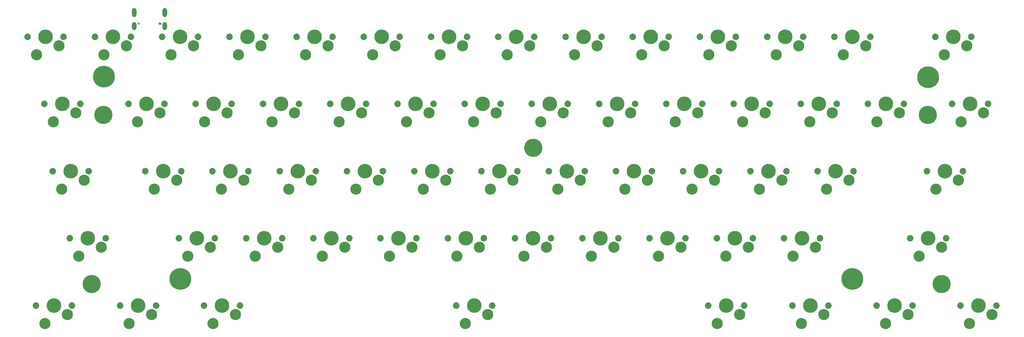
<source format=gts>
G04*
G04 #@! TF.GenerationSoftware,Altium Limited,Altium Designer,23.0.1 (38)*
G04*
G04 Layer_Color=8388736*
%FSLAX25Y25*%
%MOIN*%
G70*
G04*
G04 #@! TF.SameCoordinates,EB104D2B-E379-4E04-930F-2E15411DD845*
G04*
G04*
G04 #@! TF.FilePolarity,Negative*
G04*
G01*
G75*
G04:AMPARAMS|DCode=12|XSize=51.18mil|YSize=90.55mil|CornerRadius=25.59mil|HoleSize=0mil|Usage=FLASHONLY|Rotation=0.000|XOffset=0mil|YOffset=0mil|HoleType=Round|Shape=RoundedRectangle|*
%AMROUNDEDRECTD12*
21,1,0.05118,0.03937,0,0,0.0*
21,1,0.00000,0.09055,0,0,0.0*
1,1,0.05118,0.00000,-0.01968*
1,1,0.05118,0.00000,-0.01968*
1,1,0.05118,0.00000,0.01968*
1,1,0.05118,0.00000,0.01968*
%
%ADD12ROUNDEDRECTD12*%
G04:AMPARAMS|DCode=13|XSize=51.18mil|YSize=102.36mil|CornerRadius=25.59mil|HoleSize=0mil|Usage=FLASHONLY|Rotation=0.000|XOffset=0mil|YOffset=0mil|HoleType=Round|Shape=RoundedRectangle|*
%AMROUNDEDRECTD13*
21,1,0.05118,0.05118,0,0,0.0*
21,1,0.00000,0.10236,0,0,0.0*
1,1,0.05118,0.00000,-0.02559*
1,1,0.05118,0.00000,-0.02559*
1,1,0.05118,0.00000,0.02559*
1,1,0.05118,0.00000,0.02559*
%
%ADD13ROUNDEDRECTD13*%
%ADD14C,0.02362*%
G04:AMPARAMS|DCode=15|XSize=33.47mil|YSize=23.62mil|CornerRadius=11.81mil|HoleSize=0mil|Usage=FLASHONLY|Rotation=0.000|XOffset=0mil|YOffset=0mil|HoleType=Round|Shape=RoundedRectangle|*
%AMROUNDEDRECTD15*
21,1,0.03347,0.00000,0,0,0.0*
21,1,0.00984,0.02362,0,0,0.0*
1,1,0.02362,0.00492,0.00000*
1,1,0.02362,-0.00492,0.00000*
1,1,0.02362,-0.00492,0.00000*
1,1,0.02362,0.00492,0.00000*
%
%ADD15ROUNDEDRECTD15*%
%ADD16C,0.16291*%
%ADD17C,0.12402*%
%ADD18C,0.07291*%
%ADD19C,0.24213*%
%ADD20C,0.20276*%
D12*
X129012Y341634D02*
D03*
X163028D02*
D03*
D13*
X129012Y356693D02*
D03*
X163028D02*
D03*
D14*
X134209Y344488D02*
D03*
D15*
X157831D02*
D03*
D16*
X759842Y180118D02*
D03*
X133366Y30512D02*
D03*
X853347Y329724D02*
D03*
X58563Y180118D02*
D03*
X423228Y105315D02*
D03*
X507382Y30512D02*
D03*
X1068406D02*
D03*
X974902D02*
D03*
X881398D02*
D03*
X787894D02*
D03*
X226870D02*
D03*
X39862D02*
D03*
X498032Y105315D02*
D03*
X348425D02*
D03*
X273622D02*
D03*
X198819D02*
D03*
X77264D02*
D03*
X797244D02*
D03*
X722441D02*
D03*
X1012303D02*
D03*
X872047D02*
D03*
X647638D02*
D03*
X572835D02*
D03*
X685039Y180118D02*
D03*
X1031004D02*
D03*
X909449D02*
D03*
X834646D02*
D03*
X460630D02*
D03*
X385827D02*
D03*
X311024D02*
D03*
X236221D02*
D03*
X161417D02*
D03*
X535433D02*
D03*
X610236D02*
D03*
X666339Y254921D02*
D03*
X591535D02*
D03*
X516732D02*
D03*
X441929D02*
D03*
X367126D02*
D03*
X142717D02*
D03*
X292323D02*
D03*
X49213D02*
D03*
X217520D02*
D03*
X890748D02*
D03*
X815945D02*
D03*
X741142D02*
D03*
X1059055D02*
D03*
X965551D02*
D03*
X928150Y329724D02*
D03*
X1040354D02*
D03*
X628937D02*
D03*
X554134D02*
D03*
X479331D02*
D03*
X404528D02*
D03*
X329724D02*
D03*
X703740D02*
D03*
X778543D02*
D03*
X254921D02*
D03*
X180118D02*
D03*
X105315D02*
D03*
X30512D02*
D03*
D17*
X749843Y160118D02*
D03*
X774843Y170118D02*
D03*
X123366Y10512D02*
D03*
X148366Y20512D02*
D03*
X843347Y309724D02*
D03*
X868347Y319724D02*
D03*
X73563Y170118D02*
D03*
X48563Y160118D02*
D03*
X438228Y95315D02*
D03*
X413228Y85315D02*
D03*
X522382Y20512D02*
D03*
X497382Y10512D02*
D03*
X1083405Y20512D02*
D03*
X1058405Y10512D02*
D03*
X989902Y20512D02*
D03*
X964902Y10512D02*
D03*
X896398Y20512D02*
D03*
X871398Y10512D02*
D03*
X802894Y20512D02*
D03*
X777894Y10512D02*
D03*
X241870Y20512D02*
D03*
X216870Y10512D02*
D03*
X54862Y20512D02*
D03*
X29862Y10512D02*
D03*
X513031Y95315D02*
D03*
X488031Y85315D02*
D03*
X363425Y95315D02*
D03*
X338425Y85315D02*
D03*
X288622Y95315D02*
D03*
X263622Y85315D02*
D03*
X213819Y95315D02*
D03*
X188819Y85315D02*
D03*
X92264Y95315D02*
D03*
X67264Y85315D02*
D03*
X812244Y95315D02*
D03*
X787244Y85315D02*
D03*
X737441Y95315D02*
D03*
X712441Y85315D02*
D03*
X1027303Y95315D02*
D03*
X1002303Y85315D02*
D03*
X887047Y95315D02*
D03*
X862047Y85315D02*
D03*
X662638Y95315D02*
D03*
X637638Y85315D02*
D03*
X587835Y95315D02*
D03*
X562835Y85315D02*
D03*
X700039Y170118D02*
D03*
X675039Y160118D02*
D03*
X1046004Y170118D02*
D03*
X1021004Y160118D02*
D03*
X924449Y170118D02*
D03*
X899449Y160118D02*
D03*
X849646Y170118D02*
D03*
X824646Y160118D02*
D03*
X475630Y170118D02*
D03*
X450630Y160118D02*
D03*
X400827Y170118D02*
D03*
X375827Y160118D02*
D03*
X326024Y170118D02*
D03*
X301024Y160118D02*
D03*
X251220Y170118D02*
D03*
X226220Y160118D02*
D03*
X176417Y170118D02*
D03*
X151417Y160118D02*
D03*
X550433Y170118D02*
D03*
X525433Y160118D02*
D03*
X625236Y170118D02*
D03*
X600236Y160118D02*
D03*
X681339Y244921D02*
D03*
X656339Y234921D02*
D03*
X606535Y244921D02*
D03*
X581535Y234921D02*
D03*
X531732Y244921D02*
D03*
X506732Y234921D02*
D03*
X456929Y244921D02*
D03*
X431929Y234921D02*
D03*
X382126Y244921D02*
D03*
X357126Y234921D02*
D03*
X157717Y244921D02*
D03*
X132717Y234921D02*
D03*
X307323Y244921D02*
D03*
X282323Y234921D02*
D03*
X64213Y244921D02*
D03*
X39213Y234921D02*
D03*
X232520Y244921D02*
D03*
X207520Y234921D02*
D03*
X905748Y244921D02*
D03*
X880748Y234921D02*
D03*
X830945Y244921D02*
D03*
X805945Y234921D02*
D03*
X756142Y244921D02*
D03*
X731142Y234921D02*
D03*
X1074055Y244921D02*
D03*
X1049055Y234921D02*
D03*
X980551Y244921D02*
D03*
X955551Y234921D02*
D03*
X943150Y319724D02*
D03*
X918150Y309724D02*
D03*
X1055354Y319724D02*
D03*
X1030354Y309724D02*
D03*
X643937Y319724D02*
D03*
X618937Y309724D02*
D03*
X569134Y319724D02*
D03*
X544134Y309724D02*
D03*
X494331Y319724D02*
D03*
X469331Y309724D02*
D03*
X419528Y319724D02*
D03*
X394528Y309724D02*
D03*
X344724Y319724D02*
D03*
X319724Y309724D02*
D03*
X718740Y319724D02*
D03*
X693740Y309724D02*
D03*
X793543Y319724D02*
D03*
X768543Y309724D02*
D03*
X269921Y319724D02*
D03*
X244921Y309724D02*
D03*
X195118Y319724D02*
D03*
X170118Y309724D02*
D03*
X120315Y319724D02*
D03*
X95315Y309724D02*
D03*
X45512Y319724D02*
D03*
X20512Y309724D02*
D03*
D18*
X779843Y180118D02*
D03*
X739843D02*
D03*
X153366Y30512D02*
D03*
X113366D02*
D03*
X873347Y329724D02*
D03*
X833346D02*
D03*
X38563Y180118D02*
D03*
X78563D02*
D03*
X403228Y105315D02*
D03*
X443228D02*
D03*
X487382Y30512D02*
D03*
X527382D02*
D03*
X1048405D02*
D03*
X1088406D02*
D03*
X954902D02*
D03*
X994902D02*
D03*
X861398D02*
D03*
X901398D02*
D03*
X767894D02*
D03*
X807894D02*
D03*
X206870D02*
D03*
X246870D02*
D03*
X19862D02*
D03*
X59862D02*
D03*
X478031Y105315D02*
D03*
X518032D02*
D03*
X328425D02*
D03*
X368425D02*
D03*
X253622D02*
D03*
X293622D02*
D03*
X178819D02*
D03*
X218819D02*
D03*
X57264D02*
D03*
X97264D02*
D03*
X777244D02*
D03*
X817244D02*
D03*
X702441D02*
D03*
X742441D02*
D03*
X992303D02*
D03*
X1032303D02*
D03*
X852047D02*
D03*
X892047D02*
D03*
X627638D02*
D03*
X667638D02*
D03*
X552835D02*
D03*
X592835D02*
D03*
X665039Y180118D02*
D03*
X705039D02*
D03*
X1011004D02*
D03*
X1051004D02*
D03*
X889449D02*
D03*
X929449D02*
D03*
X814646D02*
D03*
X854646D02*
D03*
X440630D02*
D03*
X480630D02*
D03*
X365827D02*
D03*
X405827D02*
D03*
X291024D02*
D03*
X331024D02*
D03*
X216220D02*
D03*
X256221D02*
D03*
X141417D02*
D03*
X181417D02*
D03*
X515433D02*
D03*
X555433D02*
D03*
X590236D02*
D03*
X630236D02*
D03*
X646339Y254921D02*
D03*
X686339D02*
D03*
X571535D02*
D03*
X611535D02*
D03*
X496732D02*
D03*
X536732D02*
D03*
X421929D02*
D03*
X461929D02*
D03*
X347126D02*
D03*
X387126D02*
D03*
X122716D02*
D03*
X162716D02*
D03*
X272323D02*
D03*
X312323D02*
D03*
X29213D02*
D03*
X69213D02*
D03*
X197520D02*
D03*
X237520D02*
D03*
X870748D02*
D03*
X910748D02*
D03*
X795945D02*
D03*
X835945D02*
D03*
X721142D02*
D03*
X761142D02*
D03*
X1039055D02*
D03*
X1079055D02*
D03*
X945551D02*
D03*
X985551D02*
D03*
X908150Y329724D02*
D03*
X948150D02*
D03*
X1020354D02*
D03*
X1060354D02*
D03*
X608937D02*
D03*
X648937D02*
D03*
X534134D02*
D03*
X574134D02*
D03*
X459331D02*
D03*
X499331D02*
D03*
X384528D02*
D03*
X424528D02*
D03*
X309724D02*
D03*
X349724D02*
D03*
X683740D02*
D03*
X723740D02*
D03*
X758543D02*
D03*
X798543D02*
D03*
X234921D02*
D03*
X274921D02*
D03*
X160118D02*
D03*
X200118D02*
D03*
X85315D02*
D03*
X125315D02*
D03*
X10512D02*
D03*
X50512D02*
D03*
D19*
X180315Y60079D02*
D03*
X95492Y285214D02*
D03*
X1012374Y284637D02*
D03*
X927953Y60052D02*
D03*
D20*
X81862Y54415D02*
D03*
X94884Y242758D02*
D03*
X1012139D02*
D03*
X572943Y206065D02*
D03*
X1027307Y54415D02*
D03*
M02*

</source>
